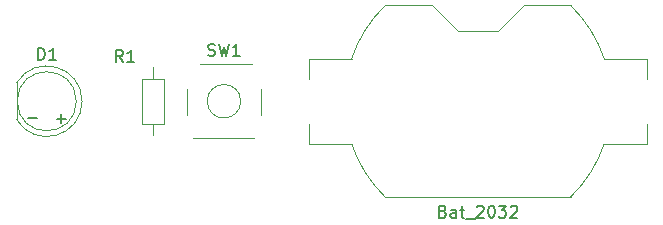
<source format=gbr>
%TF.GenerationSoftware,KiCad,Pcbnew,8.0.6*%
%TF.CreationDate,2024-12-07T22:29:28+01:00*%
%TF.ProjectId,Project 1,50726f6a-6563-4742-9031-2e6b69636164,1*%
%TF.SameCoordinates,Original*%
%TF.FileFunction,Legend,Top*%
%TF.FilePolarity,Positive*%
%FSLAX46Y46*%
G04 Gerber Fmt 4.6, Leading zero omitted, Abs format (unit mm)*
G04 Created by KiCad (PCBNEW 8.0.6) date 2024-12-07 22:29:28*
%MOMM*%
%LPD*%
G01*
G04 APERTURE LIST*
%ADD10C,0.150000*%
%ADD11C,0.120000*%
%ADD12C,1.400000*%
%ADD13O,1.400000X1.400000*%
%ADD14R,1.800000X1.800000*%
%ADD15C,1.800000*%
%ADD16R,1.700000X1.700000*%
%ADD17C,1.700000*%
%ADD18R,2.540000X3.510000*%
G04 APERTURE END LIST*
D10*
X59836779Y-63488866D02*
X60598684Y-63488866D01*
X60217731Y-63869819D02*
X60217731Y-63107914D01*
X57436779Y-63388866D02*
X58198684Y-63388866D01*
X65433333Y-58654819D02*
X65100000Y-58178628D01*
X64861905Y-58654819D02*
X64861905Y-57654819D01*
X64861905Y-57654819D02*
X65242857Y-57654819D01*
X65242857Y-57654819D02*
X65338095Y-57702438D01*
X65338095Y-57702438D02*
X65385714Y-57750057D01*
X65385714Y-57750057D02*
X65433333Y-57845295D01*
X65433333Y-57845295D02*
X65433333Y-57988152D01*
X65433333Y-57988152D02*
X65385714Y-58083390D01*
X65385714Y-58083390D02*
X65338095Y-58131009D01*
X65338095Y-58131009D02*
X65242857Y-58178628D01*
X65242857Y-58178628D02*
X64861905Y-58178628D01*
X66385714Y-58654819D02*
X65814286Y-58654819D01*
X66100000Y-58654819D02*
X66100000Y-57654819D01*
X66100000Y-57654819D02*
X66004762Y-57797676D01*
X66004762Y-57797676D02*
X65909524Y-57892914D01*
X65909524Y-57892914D02*
X65814286Y-57940533D01*
X58256905Y-58494819D02*
X58256905Y-57494819D01*
X58256905Y-57494819D02*
X58495000Y-57494819D01*
X58495000Y-57494819D02*
X58637857Y-57542438D01*
X58637857Y-57542438D02*
X58733095Y-57637676D01*
X58733095Y-57637676D02*
X58780714Y-57732914D01*
X58780714Y-57732914D02*
X58828333Y-57923390D01*
X58828333Y-57923390D02*
X58828333Y-58066247D01*
X58828333Y-58066247D02*
X58780714Y-58256723D01*
X58780714Y-58256723D02*
X58733095Y-58351961D01*
X58733095Y-58351961D02*
X58637857Y-58447200D01*
X58637857Y-58447200D02*
X58495000Y-58494819D01*
X58495000Y-58494819D02*
X58256905Y-58494819D01*
X59780714Y-58494819D02*
X59209286Y-58494819D01*
X59495000Y-58494819D02*
X59495000Y-57494819D01*
X59495000Y-57494819D02*
X59399762Y-57637676D01*
X59399762Y-57637676D02*
X59304524Y-57732914D01*
X59304524Y-57732914D02*
X59209286Y-57780533D01*
X72666667Y-58107200D02*
X72809524Y-58154819D01*
X72809524Y-58154819D02*
X73047619Y-58154819D01*
X73047619Y-58154819D02*
X73142857Y-58107200D01*
X73142857Y-58107200D02*
X73190476Y-58059580D01*
X73190476Y-58059580D02*
X73238095Y-57964342D01*
X73238095Y-57964342D02*
X73238095Y-57869104D01*
X73238095Y-57869104D02*
X73190476Y-57773866D01*
X73190476Y-57773866D02*
X73142857Y-57726247D01*
X73142857Y-57726247D02*
X73047619Y-57678628D01*
X73047619Y-57678628D02*
X72857143Y-57631009D01*
X72857143Y-57631009D02*
X72761905Y-57583390D01*
X72761905Y-57583390D02*
X72714286Y-57535771D01*
X72714286Y-57535771D02*
X72666667Y-57440533D01*
X72666667Y-57440533D02*
X72666667Y-57345295D01*
X72666667Y-57345295D02*
X72714286Y-57250057D01*
X72714286Y-57250057D02*
X72761905Y-57202438D01*
X72761905Y-57202438D02*
X72857143Y-57154819D01*
X72857143Y-57154819D02*
X73095238Y-57154819D01*
X73095238Y-57154819D02*
X73238095Y-57202438D01*
X73571429Y-57154819D02*
X73809524Y-58154819D01*
X73809524Y-58154819D02*
X74000000Y-57440533D01*
X74000000Y-57440533D02*
X74190476Y-58154819D01*
X74190476Y-58154819D02*
X74428572Y-57154819D01*
X75333333Y-58154819D02*
X74761905Y-58154819D01*
X75047619Y-58154819D02*
X75047619Y-57154819D01*
X75047619Y-57154819D02*
X74952381Y-57297676D01*
X74952381Y-57297676D02*
X74857143Y-57392914D01*
X74857143Y-57392914D02*
X74761905Y-57440533D01*
X92547618Y-71329009D02*
X92690475Y-71376628D01*
X92690475Y-71376628D02*
X92738094Y-71424247D01*
X92738094Y-71424247D02*
X92785713Y-71519485D01*
X92785713Y-71519485D02*
X92785713Y-71662342D01*
X92785713Y-71662342D02*
X92738094Y-71757580D01*
X92738094Y-71757580D02*
X92690475Y-71805200D01*
X92690475Y-71805200D02*
X92595237Y-71852819D01*
X92595237Y-71852819D02*
X92214285Y-71852819D01*
X92214285Y-71852819D02*
X92214285Y-70852819D01*
X92214285Y-70852819D02*
X92547618Y-70852819D01*
X92547618Y-70852819D02*
X92642856Y-70900438D01*
X92642856Y-70900438D02*
X92690475Y-70948057D01*
X92690475Y-70948057D02*
X92738094Y-71043295D01*
X92738094Y-71043295D02*
X92738094Y-71138533D01*
X92738094Y-71138533D02*
X92690475Y-71233771D01*
X92690475Y-71233771D02*
X92642856Y-71281390D01*
X92642856Y-71281390D02*
X92547618Y-71329009D01*
X92547618Y-71329009D02*
X92214285Y-71329009D01*
X93642856Y-71852819D02*
X93642856Y-71329009D01*
X93642856Y-71329009D02*
X93595237Y-71233771D01*
X93595237Y-71233771D02*
X93499999Y-71186152D01*
X93499999Y-71186152D02*
X93309523Y-71186152D01*
X93309523Y-71186152D02*
X93214285Y-71233771D01*
X93642856Y-71805200D02*
X93547618Y-71852819D01*
X93547618Y-71852819D02*
X93309523Y-71852819D01*
X93309523Y-71852819D02*
X93214285Y-71805200D01*
X93214285Y-71805200D02*
X93166666Y-71709961D01*
X93166666Y-71709961D02*
X93166666Y-71614723D01*
X93166666Y-71614723D02*
X93214285Y-71519485D01*
X93214285Y-71519485D02*
X93309523Y-71471866D01*
X93309523Y-71471866D02*
X93547618Y-71471866D01*
X93547618Y-71471866D02*
X93642856Y-71424247D01*
X93976190Y-71186152D02*
X94357142Y-71186152D01*
X94119047Y-70852819D02*
X94119047Y-71709961D01*
X94119047Y-71709961D02*
X94166666Y-71805200D01*
X94166666Y-71805200D02*
X94261904Y-71852819D01*
X94261904Y-71852819D02*
X94357142Y-71852819D01*
X94452381Y-71948057D02*
X95214285Y-71948057D01*
X95404762Y-70948057D02*
X95452381Y-70900438D01*
X95452381Y-70900438D02*
X95547619Y-70852819D01*
X95547619Y-70852819D02*
X95785714Y-70852819D01*
X95785714Y-70852819D02*
X95880952Y-70900438D01*
X95880952Y-70900438D02*
X95928571Y-70948057D01*
X95928571Y-70948057D02*
X95976190Y-71043295D01*
X95976190Y-71043295D02*
X95976190Y-71138533D01*
X95976190Y-71138533D02*
X95928571Y-71281390D01*
X95928571Y-71281390D02*
X95357143Y-71852819D01*
X95357143Y-71852819D02*
X95976190Y-71852819D01*
X96595238Y-70852819D02*
X96690476Y-70852819D01*
X96690476Y-70852819D02*
X96785714Y-70900438D01*
X96785714Y-70900438D02*
X96833333Y-70948057D01*
X96833333Y-70948057D02*
X96880952Y-71043295D01*
X96880952Y-71043295D02*
X96928571Y-71233771D01*
X96928571Y-71233771D02*
X96928571Y-71471866D01*
X96928571Y-71471866D02*
X96880952Y-71662342D01*
X96880952Y-71662342D02*
X96833333Y-71757580D01*
X96833333Y-71757580D02*
X96785714Y-71805200D01*
X96785714Y-71805200D02*
X96690476Y-71852819D01*
X96690476Y-71852819D02*
X96595238Y-71852819D01*
X96595238Y-71852819D02*
X96500000Y-71805200D01*
X96500000Y-71805200D02*
X96452381Y-71757580D01*
X96452381Y-71757580D02*
X96404762Y-71662342D01*
X96404762Y-71662342D02*
X96357143Y-71471866D01*
X96357143Y-71471866D02*
X96357143Y-71233771D01*
X96357143Y-71233771D02*
X96404762Y-71043295D01*
X96404762Y-71043295D02*
X96452381Y-70948057D01*
X96452381Y-70948057D02*
X96500000Y-70900438D01*
X96500000Y-70900438D02*
X96595238Y-70852819D01*
X97261905Y-70852819D02*
X97880952Y-70852819D01*
X97880952Y-70852819D02*
X97547619Y-71233771D01*
X97547619Y-71233771D02*
X97690476Y-71233771D01*
X97690476Y-71233771D02*
X97785714Y-71281390D01*
X97785714Y-71281390D02*
X97833333Y-71329009D01*
X97833333Y-71329009D02*
X97880952Y-71424247D01*
X97880952Y-71424247D02*
X97880952Y-71662342D01*
X97880952Y-71662342D02*
X97833333Y-71757580D01*
X97833333Y-71757580D02*
X97785714Y-71805200D01*
X97785714Y-71805200D02*
X97690476Y-71852819D01*
X97690476Y-71852819D02*
X97404762Y-71852819D01*
X97404762Y-71852819D02*
X97309524Y-71805200D01*
X97309524Y-71805200D02*
X97261905Y-71757580D01*
X98261905Y-70948057D02*
X98309524Y-70900438D01*
X98309524Y-70900438D02*
X98404762Y-70852819D01*
X98404762Y-70852819D02*
X98642857Y-70852819D01*
X98642857Y-70852819D02*
X98738095Y-70900438D01*
X98738095Y-70900438D02*
X98785714Y-70948057D01*
X98785714Y-70948057D02*
X98833333Y-71043295D01*
X98833333Y-71043295D02*
X98833333Y-71138533D01*
X98833333Y-71138533D02*
X98785714Y-71281390D01*
X98785714Y-71281390D02*
X98214286Y-71852819D01*
X98214286Y-71852819D02*
X98833333Y-71852819D01*
D11*
%TO.C,R1*%
X67080000Y-60080000D02*
X67080000Y-63920000D01*
X67080000Y-63920000D02*
X68920000Y-63920000D01*
X68000000Y-59130000D02*
X68000000Y-60080000D01*
X68000000Y-64870000D02*
X68000000Y-63920000D01*
X68920000Y-60080000D02*
X67080000Y-60080000D01*
X68920000Y-63920000D02*
X68920000Y-60080000D01*
%TO.C,D1*%
X56435000Y-60455000D02*
X56435000Y-63545000D01*
X56435000Y-60455170D02*
G75*
G02*
X61985000Y-62000462I2560000J-1544830D01*
G01*
X61985000Y-61999538D02*
G75*
G02*
X56435000Y-63544830I-2990000J-462D01*
G01*
X61495000Y-62000000D02*
G75*
G02*
X56495000Y-62000000I-2500000J0D01*
G01*
X56495000Y-62000000D02*
G75*
G02*
X61495000Y-62000000I2500000J0D01*
G01*
%TO.C,SW1*%
X70880000Y-63150000D02*
X70880000Y-60950000D01*
X71350000Y-65120000D02*
X76550000Y-65120000D01*
X71950000Y-58880000D02*
X76350000Y-58880000D01*
X77120000Y-60950000D02*
X77120000Y-63150000D01*
X75414214Y-62000000D02*
G75*
G02*
X72585786Y-62000000I-1414214J0D01*
G01*
X72585786Y-62000000D02*
G75*
G02*
X75414214Y-62000000I1414214J0D01*
G01*
%TO.C,BT1*%
X81190000Y-58390000D02*
X84808000Y-58390000D01*
X81190000Y-60100000D02*
X81190000Y-58390000D01*
X81190000Y-63900000D02*
X81190000Y-65610000D01*
X84808000Y-65610000D02*
X81190000Y-65610000D01*
X87652700Y-53890000D02*
X91640000Y-53890000D01*
X93840000Y-56090000D02*
X91640000Y-53890000D01*
X93840000Y-56090000D02*
X97160000Y-56090000D01*
X97160000Y-56090000D02*
X99360000Y-53890000D01*
X99360000Y-53890000D02*
X103347300Y-53890000D01*
X103347300Y-70110000D02*
X87652700Y-70110000D01*
X106192000Y-58390000D02*
X109810000Y-58390000D01*
X109810000Y-60100000D02*
X109810000Y-58390000D01*
X109810000Y-63900000D02*
X109810000Y-65610000D01*
X109810000Y-65610000D02*
X106192000Y-65610000D01*
X84808000Y-58390000D02*
G75*
G02*
X87654629Y-53888211I10692020J-3610012D01*
G01*
X87654629Y-70111789D02*
G75*
G02*
X84808000Y-65610000I7845371J8111789D01*
G01*
X103345371Y-53888211D02*
G75*
G02*
X106192000Y-58390000I-7845366J-8111785D01*
G01*
X106192000Y-65610000D02*
G75*
G02*
X103345372Y-70111790I-10692020J3610010D01*
G01*
%TD*%
%LPC*%
D12*
%TO.C,R1*%
X68000000Y-65810000D03*
D13*
X68000000Y-58190000D03*
%TD*%
D14*
%TO.C,D1*%
X57725000Y-62000000D03*
D15*
X60265000Y-62000000D03*
%TD*%
D16*
%TO.C,SW1*%
X70750000Y-59750000D03*
D17*
X77250000Y-59750000D03*
X70750000Y-64250000D03*
X77250000Y-64250000D03*
%TD*%
D18*
%TO.C,BT1*%
X110180000Y-62000000D03*
X80820000Y-62000000D03*
%TD*%
%LPD*%
M02*

</source>
